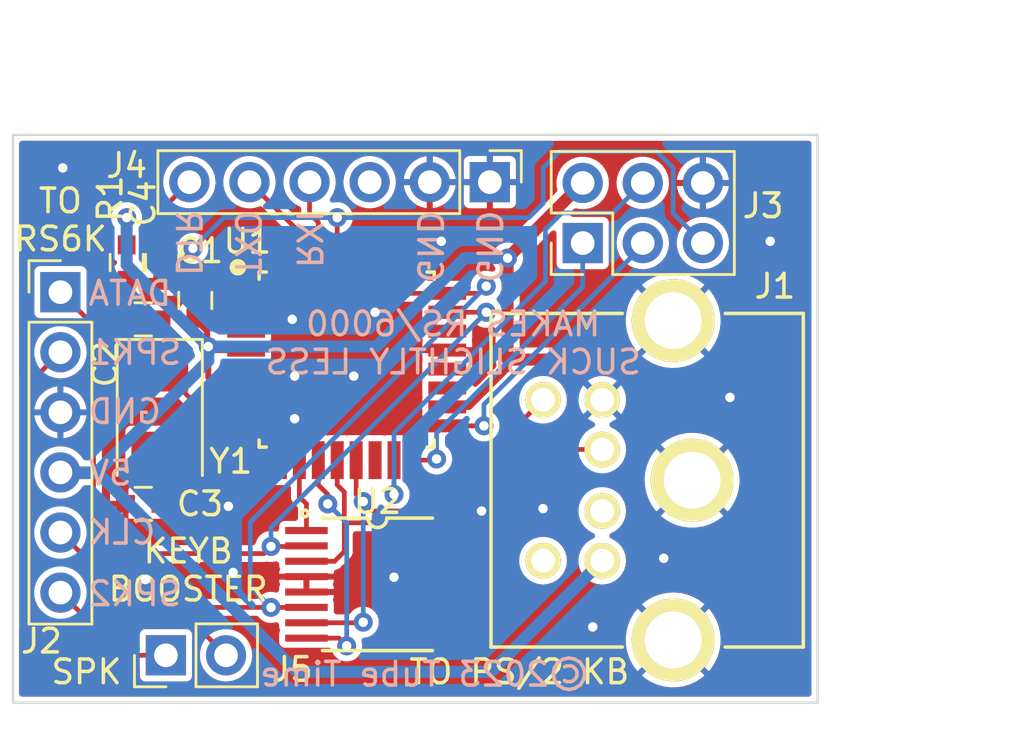
<source format=kicad_pcb>
(kicad_pcb (version 20211014) (generator pcbnew)
  (title_block (title "RS6KB") (comment 1 " or send a letter to Creative Commons, PO Box 1866, Mountain View, CA 94042, USA.") (comment 2 "http://creativecommons.org/licenses/by-sa/4.0/") (comment 3 "Attribution-ShareAlike 4.0 International License. To view a copy of this license, visit ") (comment 4 "Copyright (c) 2023 Tube Time. This work is licensed under the Creative Commons"))
  (layers (0 "F.Cu" signal) (31 "B.Cu" signal) (34 "B.Paste" user) (35 "F.Paste" user) (36 "B.SilkS" user "B.Silkscreen") (37 "F.SilkS" user "F.Silkscreen") (38 "B.Mask" user) (39 "F.Mask" user) (44 "Edge.Cuts" user))
  (net 0 "")
  (net 1 "+5V")
  (net 2 "GND")
  (net 3 "Net-(C2-Pad1)")
  (net 4 "Net-(C3-Pad1)")
  (net 5 "/~{RESET}")
  (net 6 "/DTR")
  (net 7 "/CLK_O")
  (net 8 "/DATA_O")
  (net 11 "/DATA")
  (net 12 "/CLK")
  (net 13 "/CIPO")
  (net 14 "/SCK")
  (net 15 "/COPI")
  (net 17 "/RXI")
  (net 18 "/TXO")
  (net 22 "/CTRL_D")
  (net 23 "/CTRL_C")
  (net 32 "Net-(J2-Pad2)")
  (net 37 "Net-(J2-Pad6)")
  (footprint "Passive:XTAL500X320X120-2" (layer "F.Cu") (at 121.2 86.7 -90)
    (fp_text reference "Y1" (at 2.1 -3 180) (layer "F.SilkS"))
    (fp_text value "16MHz")
    (fp_line (start 2.7 -1.8) (end -3.05 -1.8) (layer "F.SilkS") (width 0.12))
    (fp_line (start -3.05 1.8) (end 2.7 1.8) (layer "F.SilkS") (width 0.12))
    (fp_line (start -3.05 -1.8) (end -3.05 1.8) (layer "F.SilkS") (width 0.12))
    (pad "1" smd rect locked (at -1.85 0 270) (size 2 2.4) (layers "F.Cu" "F.Paste" "F.Mask") (net 3 "Net-(C2-Pad1)"))
    (pad "2" smd rect locked (at 1.85 0 270) (size 2 2.4) (layers "F.Cu" "F.Paste" "F.Mask") (net 4 "Net-(C3-Pad1)"))
  )
  (footprint "Connector_PinHeader_2.54mm:PinHeader_2x03_P2.54mm_Vertical" (layer "F.Cu") (at 139.075 79.575 90)
    (fp_text reference "J3" (at 1.575 7.625 180) (layer "F.SilkS"))
    (fp_text value "ISP")
    (fp_line (start -1.33 1.27) (end 1.27 1.27) (layer "F.SilkS") (width 0.12))
    (fp_line (start 1.27 1.27) (end 1.27 -1.33) (layer "F.SilkS") (width 0.12))
    (fp_line (start -1.33 6.41) (end 3.87 6.41) (layer "F.SilkS") (width 0.12))
    (fp_line (start 1.27 -1.33) (end 3.87 -1.33) (layer "F.SilkS") (width 0.12))
    (fp_line (start -1.33 0) (end -1.33 -1.33) (layer "F.SilkS") (width 0.12))
    (fp_line (start -1.33 -1.33) (end 0 -1.33) (layer "F.SilkS") (width 0.12))
    (fp_line (start 3.87 -1.33) (end 3.87 6.41) (layer "F.SilkS") (width 0.12))
    (fp_line (start -1.33 1.27) (end -1.33 6.41) (layer "F.SilkS") (width 0.12))
    (pad "1" thru_hole rect (at 0 0 90) (size 1.7 1.7) (drill 1) (layers *.Cu *.Mask) (net 13 "/CIPO"))
    (pad "2" thru_hole oval (at 2.54 0 90) (size 1.7 1.7) (drill 1) (layers *.Cu *.Mask) (net 1 "+5V"))
    (pad "3" thru_hole oval (at 0 2.54 90) (size 1.7 1.7) (drill 1) (layers *.Cu *.Mask) (net 14 "/SCK"))
    (pad "4" thru_hole oval (at 2.54 2.54 90) (size 1.7 1.7) (drill 1) (layers *.Cu *.Mask) (net 15 "/COPI"))
    (pad "5" thru_hole oval (at 0 5.08 90) (size 1.7 1.7) (drill 1) (layers *.Cu *.Mask) (net 5 "/~{RESET}"))
    (pad "6" thru_hole oval (at 2.54 5.08 90) (size 1.7 1.7) (drill 1) (layers *.Cu *.Mask) (net 2 "GND"))
  )
  (footprint "Active:TSOP65P640X110-16" (layer "F.Cu") (at 130.4 94)
    (fp_text reference "U2" (at 0 -3.5) (layer "F.SilkS"))
    (fp_text value "ADG711")
    (fp_line (start -2.325 2.8) (end 2.325 2.8) (layer "F.SilkS") (width 0.15))
    (fp_line (start 0.4 -2.8) (end 2.325 -2.8) (layer "F.SilkS") (width 0.15))
    (fp_line (start -2.325 -2.8) (end -0.4 -2.8) (layer "F.SilkS") (width 0.15))
    (fp_arc (start 0.4 -2.8) (mid 0 -2.4) (end -0.4 -2.8) (layer "F.SilkS") (width 0.15))
    (fp_circle (center -3.075 -3) (end -2.975 -2.9) (layer "F.SilkS") (width 0.15) (fill none))
    (pad "1" smd rect (at -3 -2.275) (size 1.8 0.3) (layers "F.Cu" "F.Paste" "F.Mask") (net 22 "/CTRL_D"))
    (pad "2" smd rect (at -3 -1.625) (size 1.8 0.3) (layers "F.Cu" "F.Paste" "F.Mask") (net 11 "/DATA"))
    (pad "3" smd rect (at -3 -0.975) (size 1.8 0.3) (layers "F.Cu" "F.Paste" "F.Mask") (net 8 "/DATA_O"))
    (pad "4" smd rect (at -3 -0.325) (size 1.8 0.3) (layers "F.Cu" "F.Paste" "F.Mask") (net 2 "GND"))
    (pad "5" smd rect (at -3 0.325) (size 1.8 0.3) (layers "F.Cu" "F.Paste" "F.Mask") (net 2 "GND"))
    (pad "6" smd rect (at -3 0.975) (size 1.8 0.3) (layers "F.Cu" "F.Paste" "F.Mask") (net 12 "/CLK"))
    (pad "7" smd rect (at -3 1.625) (size 1.8 0.3) (layers "F.Cu" "F.Paste" "F.Mask") (net 7 "/CLK_O"))
    (pad "8" smd rect (at -3 2.275) (size 1.8 0.3) (layers "F.Cu" "F.Paste" "F.Mask") (net 23 "/CTRL_C"))
    (pad "9" smd rect (at 3 2.275) (size 1.8 0.3) (layers "F.Cu" "F.Paste" "F.Mask") (net 2 "GND"))
    (pad "10" smd rect (at 3 1.625) (size 1.8 0.3) (layers "F.Cu" "F.Paste" "F.Mask"))
    (pad "11" smd rect (at 3 0.975) (size 1.8 0.3) (layers "F.Cu" "F.Paste" "F.Mask"))
    (pad "12" smd rect (at 3 0.325) (size 1.8 0.3) (layers "F.Cu" "F.Paste" "F.Mask") (net 1 "+5V"))
    (pad "13" smd rect (at 3 -0.325) (size 1.8 0.3) (layers "F.Cu" "F.Paste" "F.Mask") (net 1 "+5V"))
    (pad "14" smd rect (at 3 -0.975) (size 1.8 0.3) (layers "F.Cu" "F.Paste" "F.Mask"))
    (pad "15" smd rect (at 3 -1.625) (size 1.8 0.3) (layers "F.Cu" "F.Paste" "F.Mask"))
    (pad "16" smd rect (at 3 -2.275) (size 1.8 0.3) (layers "F.Cu" "F.Paste" "F.Mask") (net 2 "GND"))
  )
  (footprint "Passive:CAPC1608X100" (layer "F.Cu") (at 120.5 82.8 180)
    (fp_text reference "C2" (at 1.6 -1.9 90) (layer "F.SilkS"))
    (fp_text value "15pF")
    (fp_line (start -0.35 -0.7) (end 0.35 -0.7) (layer "F.SilkS") (width 0.12))
    (fp_line (start 0.35 0.7) (end -0.35 0.7) (layer "F.SilkS") (width 0.12))
    (pad "1" smd rect locked (at -0.75 0 180) (size 0.8 0.75) (layers "F.Cu" "F.Paste" "F.Mask") (net 3 "Net-(C2-Pad1)"))
    (pad "2" smd rect locked (at 0.75 0 180) (size 0.8 0.75) (layers "F.Cu" "F.Paste" "F.Mask") (net 2 "GND"))
  )
  (footprint "Connector_PinHeader_2.54mm:PinHeader_1x02_P2.54mm_Vertical" (layer "F.Cu") (at 121.46 97 90)
    (fp_text reference "J5" (at -0.6 5.34 180) (layer "F.SilkS"))
    (fp_text value "SPEAKER")
    (fp_line (start -1.33 0) (end -1.33 -1.33) (layer "F.SilkS") (width 0.12))
    (fp_line (start -1.33 1.27) (end -1.33 3.87) (layer "F.SilkS") (width 0.12))
    (fp_line (start -1.33 1.27) (end 1.33 1.27) (layer "F.SilkS") (width 0.12))
    (fp_line (start -1.33 3.87) (end 1.33 3.87) (layer "F.SilkS") (width 0.12))
    (fp_line (start -1.33 -1.33) (end 0 -1.33) (layer "F.SilkS") (width 0.12))
    (fp_line (start 1.33 1.27) (end 1.33 3.87) (layer "F.SilkS") (width 0.12))
    (pad "1" thru_hole rect (at 0 0 90) (size 1.7 1.7) (drill 1) (layers *.Cu *.Mask) (net 32 "Net-(J2-Pad2)"))
    (pad "2" thru_hole oval (at 0 2.54 90) (size 1.7 1.7) (drill 1) (layers *.Cu *.Mask) (net 37 "Net-(J2-Pad6)"))
  )
  (footprint "Passive:CAPC1608X100" (layer "F.Cu") (at 120.5 90.6 180)
    (fp_text reference "C3" (at -2.4 0) (layer "F.SilkS"))
    (fp_text value "15pF")
    (fp_line (start 0.35 0.7) (end -0.35 0.7) (layer "F.SilkS") (width 0.12))
    (fp_line (start -0.35 -0.7) (end 0.35 -0.7) (layer "F.SilkS") (width 0.12))
    (pad "1" smd rect locked (at -0.75 0 180) (size 0.8 0.75) (layers "F.Cu" "F.Paste" "F.Mask") (net 4 "Net-(C3-Pad1)"))
    (pad "2" smd rect locked (at 0.75 0 180) (size 0.8 0.75) (layers "F.Cu" "F.Paste" "F.Mask") (net 2 "GND"))
  )
  (footprint "Connector_PinHeader_2.54mm:PinHeader_1x06_P2.54mm_Vertical" (layer "F.Cu") (at 117 81.65)
    (fp_text reference "J2" (at -0.8 14.75) (layer "F.SilkS"))
    (fp_text value "KBOUT")
    (fp_line (start -1.33 1.27) (end 1.33 1.27) (layer "F.SilkS") (width 0.12))
    (fp_line (start -1.33 14.03) (end 1.33 14.03) (layer "F.SilkS") (width 0.12))
    (fp_line (start -1.33 0) (end -1.33 -1.33) (layer "F.SilkS") (width 0.12))
    (fp_line (start -1.33 -1.33) (end 0 -1.33) (layer "F.SilkS") (width 0.12))
    (fp_line (start -1.33 1.27) (end -1.33 14.03) (layer "F.SilkS") (width 0.12))
    (fp_line (start 1.33 1.27) (end 1.33 14.03) (layer "F.SilkS") (width 0.12))
    (pad "1" thru_hole rect (at 0 0) (size 1.7 1.7) (drill 1) (layers *.Cu *.Mask) (net 11 "/DATA"))
    (pad "2" thru_hole oval (at 0 2.54) (size 1.7 1.7) (drill 1) (layers *.Cu *.Mask) (net 32 "Net-(J2-Pad2)"))
    (pad "3" thru_hole oval (at 0 5.08) (size 1.7 1.7) (drill 1) (layers *.Cu *.Mask) (net 2 "GND"))
    (pad "4" thru_hole oval (at 0 7.62) (size 1.7 1.7) (drill 1) (layers *.Cu *.Mask) (net 1 "+5V"))
    (pad "5" thru_hole oval (at 0 10.16) (size 1.7 1.7) (drill 1) (layers *.Cu *.Mask) (net 12 "/CLK"))
    (pad "6" thru_hole oval (at 0 12.7) (size 1.7 1.7) (drill 1) (layers *.Cu *.Mask) (net 37 "Net-(J2-Pad6)"))
  )
  (footprint "Conn:CUI_MD-60SG" (layer "F.Cu") (at 148.4 89.6 -90)
    (fp_text reference "J1" (at -8.2 1.2 180) (layer "F.SilkS"))
    (fp_text value "KBIN")
    (fp_line (start -7.05 0) (end 7.05 0) (layer "F.SilkS") (width 0.15))
    (fp_line (start 7.05 7.65) (end 7.05 13.2) (layer "F.SilkS") (width 0.15))
    (fp_line (start 7.05 3.3) (end 7.05 0) (layer "F.SilkS") (width 0.15))
    (fp_line (start -7.05 3.3) (end -7.05 0) (layer "F.SilkS") (width 0.15))
    (fp_line (start -7.05 7.65) (end -7.05 13.2) (layer "F.SilkS") (width 0.15))
    (fp_line (start 7.05 13.2) (end -7.05 13.2) (layer "F.SilkS") (width 0.15))
    (pad "1" thru_hole circle locked (at -1.3 8.5 270) (size 1.5 1.5) (drill 1) (layers *.Cu *.Mask "F.SilkS") (net 8 "/DATA_O"))
    (pad "2" thru_hole circle locked (at 1.3 8.5 270) (size 1.5 1.5) (drill 1) (layers *.Cu *.Mask "F.SilkS"))
    (pad "3" thru_hole circle locked (at -3.4 8.5 270) (size 1.5 1.5) (drill 1) (layers *.Cu *.Mask "F.SilkS") (net 2 "GND"))
    (pad "4" thru_hole circle locked (at 3.4 8.5 270) (size 1.5 1.5) (drill 1) (layers *.Cu *.Mask "F.SilkS") (net 1 "+5V"))
    (pad "5" thru_hole circle locked (at -3.4 11 270) (size 1.5 1.5) (drill 1) (layers *.Cu *.Mask "F.SilkS") (net 7 "/CLK_O"))
    (pad "6" thru_hole circle locked (at 3.4 11 270) (size 1.5 1.5) (drill 1) (layers *.Cu *.Mask "F.SilkS"))
    (pad "7" thru_hole circle locked (at 0 4.7 270) (size 3.5 3.5) (drill 2.4) (layers *.Cu *.Mask "F.SilkS") (net 2 "GND"))
    (pad "8" thru_hole circle locked (at -6.75 5.5 270) (size 3.5 3.5) (drill 2.4) (layers *.Cu *.Mask "F.SilkS") (net 2 "GND"))
    (pad "9" thru_hole circle locked (at 6.75 5.5 270) (size 3.5 3.5) (drill 2.4) (layers *.Cu *.Mask "F.SilkS") (net 2 "GND"))
  )
  (footprint "Active:TQFP80P900X900X120-32" (layer "F.Cu") (at 129.1 84.5)
    (fp_text reference "U1" (at -4.2 -5) (layer "F.SilkS"))
    (fp_text value "ATmega328P-A")
    (fp_line (start 3.7 -3.7) (end 3.4 -3.7) (layer "F.SilkS") (width 0.15))
    (fp_line (start -3.7 3.7) (end -3.4 3.7) (layer "F.SilkS") (width 0.15))
    (fp_line (start -3.7 -3.4) (end -3.7 -3.7) (layer "F.SilkS") (width 0.15))
    (fp_line (start 3.7 -3.7) (end 3.7 -3.4) (layer "F.SilkS") (width 0.15))
    (fp_line (start 3.7 3.7) (end 3.7 3.4) (layer "F.SilkS") (width 0.15))
    (fp_line (start -3.7 3.7) (end -3.7 3.4) (layer "F.SilkS") (width 0.15))
    (fp_line (start 3.7 3.7) (end 3.4 3.7) (layer "F.SilkS") (width 0.15))
    (fp_line (start -3.7 -3.7) (end -3.4 -3.7) (layer "F.SilkS") (width 0.15))
    (fp_circle (center -4.6 -3.9) (end -4.4 -3.9) (layer "F.SilkS") (width 0.3) (fill none))
    (pad "1" smd rect locked (at -4.25 -2.8) (size 1.6 0.55) (layers "F.Cu" "F.Paste" "F.Mask"))
    (pad "2" smd rect locked (at -4.25 -2) (size 1.6 0.55) (layers "F.Cu" "F.Paste" "F.Mask"))
    (pad "3" smd rect locked (at -4.25 -1.2) (size 1.6 0.55) (layers "F.Cu" "F.Paste" "F.Mask") (net 2 "GND"))
    (pad "4" smd rect locked (at -4.25 -0.4) (size 1.6 0.55) (layers "F.Cu" "F.Paste" "F.Mask") (net 1 "+5V"))
    (pad "5" smd rect locked (at -4.25 0.4) (size 1.6 0.55) (layers "F.Cu" "F.Paste" "F.Mask") (net 2 "GND"))
    (pad "6" smd rect locked (at -4.25 1.2) (size 1.6 0.55) (layers "F.Cu" "F.Paste" "F.Mask") (net 1 "+5V"))
    (pad "7" smd rect locked (at -4.25 2) (size 1.6 0.55) (layers "F.Cu" "F.Paste" "F.Mask") (net 3 "Net-(C2-Pad1)"))
    (pad "8" smd rect locked (at -4.25 2.8) (size 1.6 0.55) (layers "F.Cu" "F.Paste" "F.Mask") (net 4 "Net-(C3-Pad1)"))
    (pad "9" smd rect locked (at -2.8 4.25 90) (size 1.6 0.55) (layers "F.Cu" "F.Paste" "F.Mask"))
    (pad "10" smd rect locked (at -2 4.25 90) (size 1.6 0.55) (layers "F.Cu" "F.Paste" "F.Mask") (net 22 "/CTRL_D"))
    (pad "11" smd rect locked (at -1.2 4.25 90) (size 1.6 0.55) (layers "F.Cu" "F.Paste" "F.Mask") (net 23 "/CTRL_C"))
    (pad "12" smd rect locked (at -0.4 4.25 90) (size 1.6 0.55) (layers "F.Cu" "F.Paste" "F.Mask") (net 8 "/DATA_O"))
    (pad "13" smd rect locked (at 0.4 4.25 90) (size 1.6 0.55) (layers "F.Cu" "F.Paste" "F.Mask") (net 7 "/CLK_O"))
    (pad "14" smd rect locked (at 1.2 4.25 90) (size 1.6 0.55) (layers "F.Cu" "F.Paste" "F.Mask"))
    (pad "15" smd rect locked (at 2 4.25 90) (size 1.6 0.55) (layers "F.Cu" "F.Paste" "F.Mask") (net 15 "/COPI"))
    (pad "16" smd rect locked (at 2.8 4.25 90) (size 1.6 0.55) (layers "F.Cu" "F.Paste" "F.Mask") (net 13 "/CIPO"))
    (pad "17" smd rect locked (at 4.25 2.8) (size 1.6 0.55) (layers "F.Cu" "F.Paste" "F.Mask") (net 14 "/SCK"))
    (pad "18" smd rect locked (at 4.25 2) (size 1.6 0.55) (layers "F.Cu" "F.Paste" "F.Mask") (net 1 "+5V"))
    (pad "19" smd rect locked (at 4.25 1.2) (size 1.6 0.55) (layers "F.Cu" "F.Paste" "F.Mask"))
    (pad "20" smd rect locked (at 4.25 0.4) (size 1.6 0.55) (layers "F.Cu" "F.Paste" "F.Mask"))
    (pad "21" smd rect locked (at 4.25 -0.4) (size 1.6 0.55) (layers "F.Cu" "F.Paste" "F.Mask") (net 2 "GND"))
    (pad "22" smd rect locked (at 4.25 -1.2) (size 1.6 0.55) (layers "F.Cu" "F.Paste" "F.Mask"))
    (pad "23" smd rect locked (at 4.25 -2) (size 1.6 0.55) (layers "F.Cu" "F.Paste" "F.Mask") (net 11 "/DATA"))
    (pad "24" smd rect locked (at 4.25 -2.8) (size 1.6 0.55) (layers "F.Cu" "F.Paste" "F.Mask") (net 12 "/CLK"))
    (pad "25" smd rect locked (at 2.8 -4.25 90) (size 1.6 0.55) (layers "F.Cu" "F.Paste" "F.Mask"))
    (pad "26" smd rect locked (at 2 -4.25 90) (size 1.6 0.55) (layers "F.Cu" "F.Paste" "F.Mask"))
    (pad "27" smd rect locked (at 1.2 -4.25 90) (size 1.6 0.55) (layers "F.Cu" "F.Paste" "F.Mask"))
    (pad "28" smd rect locked (at 0.4 -4.25 90) (size 1.6 0.55) (layers "F.Cu" "F.Paste" "F.Mask"))
    (pad "29" smd rect locked (at -0.4 -4.25 90) (size 1.6 0.55) (layers "F.Cu" "F.Paste" "F.Mask") (net 5 "/~{RESET}"))
    (pad "30" smd rect locked (at -1.2 -4.25 90) (size 1.6 0.55) (layers "F.Cu" "F.Paste" "F.Mask") (net 17 "/RXI"))
    (pad "31" smd rect locked (at -2 -4.25 90) (size 1.6 0.55) (layers "F.Cu" "F.Paste" "F.Mask") (net 18 "/TXO"))
    (pad "32" smd rect locked (at -2.8 -4.25 90) (size 1.6 0.55) (layers "F.Cu" "F.Paste" "F.Mask") (net 12 "/CLK"))
  )
  (footprint "Connector_PinHeader_2.54mm:PinHeader_1x06_P2.54mm_Vertical" (layer "F.Cu") (at 135.15 77 -90)
    (fp_text reference "J4" (at -0.7 15.35 180) (layer "F.SilkS"))
    (fp_text value "FTDI BASIC")
    (fp_line (start -1.33 14.03) (end 1.33 14.03) (layer "F.SilkS") (width 0.12))
    (fp_line (start -1.33 0) (end -1.33 -1.33) (layer "F.SilkS") (width 0.12))
    (fp_line (start -1.33 -1.33) (end 0 -1.33) (layer "F.SilkS") (width 0.12))
    (fp_line (start -1.33 1.27) (end -1.33 14.03) (layer "F.SilkS") (width 0.12))
    (fp_line (start -1.33 1.27) (end 1.33 1.27) (layer "F.SilkS") (width 0.12))
    (fp_line (start 1.33 1.27) (end 1.33 14.03) (layer "F.SilkS") (width 0.12))
    (pad "1" thru_hole rect (at 0 0 270) (size 1.7 1.7) (drill 1) (layers *.Cu *.Mask) (net 2 "GND"))
    (pad "2" thru_hole oval (at 0 2.54 270) (size 1.7 1.7) (drill 1) (layers *.Cu *.Mask) (net 2 "GND"))
    (pad "3" thru_hole oval (at 0 5.08 270) (size 1.7 1.7) (drill 1) (layers *.Cu *.Mask))
    (pad "4" thru_hole oval (at 0 7.62 270) (size 1.7 1.7) (drill 1) (layers *.Cu *.Mask) (net 17 "/RXI"))
    (pad "5" thru_hole oval (at 0 10.16 270) (size 1.7 1.7) (drill 1) (layers *.Cu *.Mask) (net 18 "/TXO"))
    (pad "6" thru_hole oval (at 0 12.7 270) (size 1.7 1.7) (drill 1) (layers *.Cu *.Mask) (net 6 "/DTR"))
  )
  (footprint "Passive:RESC1608X55" (layer "F.Cu") (at 119.8 80.4 -90)
    (fp_text reference "R1" (at -2.7 0.7 90) (layer "F.SilkS"))
    (fp_text value "10K")
    (fp_line (start -0.35 -0.7) (end 0.35 -0.7) (layer "F.SilkS") (width 0.12))
    (fp_line (start 0.35 0.7) (end -0.35 0.7) (layer "F.SilkS") (width 0.12))
    (pad "1" smd rect locked (at -0.75 0 270) (size 0.8 0.75) (layers "F.Cu" "F.Paste" "F.Mask") (net 1 "+5V"))
    (pad "2" smd rect locked (at 0.75 0 270) (size 0.8 0.75) (layers "F.Cu" "F.Paste" "F.Mask") (net 5 "/~{RESET}"))
  )
  (footprint "Passive:CAPC1608X100" (layer "F.Cu") (at 121.3 80.4 90)
    (fp_text reference "C4" (at 2.5 -0.8 270) (layer "F.SilkS"))
    (fp_text value "0.1uF")
    (fp_line (start -0.35 -0.7) (end 0.35 -0.7) (layer "F.SilkS") (width 0.12))
    (fp_line (start 0.35 0.7) (end -0.35 0.7) (layer "F.SilkS") (width 0.12))
    (pad "1" smd rect locked (at -0.75 0 90) (size 0.8 0.75) (layers "F.Cu" "F.Paste" "F.Mask") (net 5 "/~{RESET}"))
    (pad "2" smd rect locked (at 0.75 0 90) (size 0.8 0.75) (layers "F.Cu" "F.Paste" "F.Mask") (net 6 "/DTR"))
  )
  (footprint "Passive:CAPC1608X100" (layer "F.Cu") (at 122.7 82 90)
    (fp_text reference "C1" (at 2.1 0.2 180) (layer "F.SilkS"))
    (fp_text value "0.1uF")
    (fp_line (start 0.35 0.7) (end -0.35 0.7) (layer "F.SilkS") (width 0.12))
    (fp_line (start -0.35 -0.7) (end 0.35 -0.7) (layer "F.SilkS") (width 0.12))
    (pad "1" smd rect locked (at -0.75 0 90) (size 0.8 0.75) (layers "F.Cu" "F.Paste" "F.Mask") (net 1 "+5V"))
    (pad "2" smd rect locked (at 0.75 0 90) (size 0.8 0.75) (layers "F.Cu" "F.Paste" "F.Mask") (net 2 "GND"))
  )
  (gr_line (start 115 75) (end 115 99) (layer "Edge.Cuts") (width 0.1))
  (gr_line (start 149 99) (end 149 75) (layer "Edge.Cuts") (width 0.1))
  (gr_line (start 115 99) (end 149 99) (layer "Edge.Cuts") (width 0.1))
  (gr_line (start 149 75) (end 115 75) (layer "Edge.Cuts") (width 0.1))
  (gr_text "GND" (at 135.1 78.1 270) (layer "B.SilkS") (effects (font (size 1 1)) (justify right mirror)))
  (gr_text "DTR" (at 122.4 78.1 270) (layer "B.SilkS") (effects (font (size 1 1)) (justify right mirror)))
  (gr_text "5V" (at 118.1 89.3) (layer "B.SilkS") (effects (font (size 1 1)) (justify right mirror)))
  (gr_text "GND" (at 132.6 78.1 270) (layer "B.SilkS") (effects (font (size 1 1)) (justify right mirror)))
  (gr_text "DATA" (at 118.1 81.7) (layer "B.SilkS") (effects (font (size 1 1)) (justify right mirror)))
  (gr_text "MAKES RS/6000\nSUCK SLIGHTLY LESS" (at 133.6 83.8) (layer "B.SilkS") (effects (font (size 1 1)) (justify mirror)))
  (gr_text "GND" (at 118.1 86.7) (layer "B.SilkS") (effects (font (size 1 1)) (justify right mirror)))
  (gr_text "SPK1" (at 118.1 84.2) (layer "B.SilkS") (effects (font (size 1 1)) (justify right mirror)))
  (gr_text "TXO" (at 124.9 78.1 270) (layer "B.SilkS") (effects (font (size 1 1)) (justify right mirror)))
  (gr_text "RXI" (at 127.5 78.1 270) (layer "B.SilkS") (effects (font (size 1 1)) (justify right mirror)))
  (gr_text "©2023 Tube Time" (at 132.4 97.8) (layer "B.SilkS") (effects (font (size 1 1)) (justify mirror)))
  (gr_text "CLK" (at 118.1 91.8) (layer "B.SilkS") (effects (font (size 1 1)) (justify right mirror)))
  (gr_text "SPK2" (at 118.1 94.4) (layer "B.SilkS") (effects (font (size 1 1)) (justify right mirror)))
  (gr_text "SPK" (at 118.1 97.7) (layer "F.SilkS") (effects (font (size 1 1))))
  (gr_text "TO\nRS6K" (at 117 78.6) (layer "F.SilkS") (effects (font (size 1 1))))
  (gr_text "KEYB\nBOOSTER" (at 122.4 93.4) (layer "F.SilkS") (effects (font (size 1 1))))
  (gr_text "TO PS/2 KB" (at 136.4 97.7) (layer "F.SilkS") (effects (font (size 1 1))))
  (segment (start 135.9 84.5) (end 135.9 80.21) (width 0.508) (layer "F.Cu") (net 1))
  (segment (start 137.2 89.6) (end 135.9 90.9) (width 0.508) (layer "F.Cu") (net 1))
  (segment (start 135.9 84.5) (end 140.5 84.5) (width 0.508) (layer "F.Cu") (net 1))
  (segment (start 134.575 94.325) (end 133.4 94.325) (width 0.254) (layer "F.Cu") (net 1))
  (segment (start 141.3 89) (end 140.7 89.6) (width 0.508) (layer "F.Cu") (net 1))
  (segment (start 123.7 85.7) (end 123.25 85.25) (width 0.254) (layer "F.Cu") (net 1))
  (segment (start 123.25 83.95) (end 123.4 84.1) (width 0.254) (layer "F.Cu") (net 1))
  (segment (start 139.075 77.035) (end 135.9 80.21) (width 0.508) (layer "F.Cu") (net 1))
  (segment (start 134.9 94) (end 134.575 94.325) (width 0.254) (layer "F.Cu") (net 1))
  (segment (start 135.9 84.5) (end 135.9 84.878022) (width 0.254) (layer "F.Cu") (net 1))
  (segment (start 140.5 84.5) (end 141.3 85.3) (width 0.508) (layer "F.Cu") (net 1))
  (segment (start 123.25 85.25) (end 123.25 83.95) (width 0.254) (layer "F.Cu") (net 1))
  (segment (start 140.7 89.6) (end 137.2 89.6) (width 0.508) (layer "F.Cu") (net 1))
  (segment (start 135.5 94) (end 134.9 94) (width 0.508) (layer "F.Cu") (net 1))
  (segment (start 123.2 83.3) (end 123.2 83.9) (width 0.254) (layer "F.Cu") (net 1))
  (segment (start 123.2 83.9) (end 123.25 83.95) (width 0.254) (layer "F.Cu") (net 1))
  (segment (start 134.575 93.675) (end 134.9 94) (width 0.254) (layer "F.Cu") (net 1))
  (segment (start 122.7 82.75) (end 122.7 82.8) (width 0.254) (layer "F.Cu") (net 1))
  (segment (start 134.278022 86.5) (end 133.35 86.5) (width 0.254) (layer "F.Cu") (net 1))
  (segment (start 135.9 90.9) (end 135.9 93.6) (width 0.508) (layer "F.Cu") (net 1))
  (segment (start 124.85 85.7) (end 123.7 85.7) (width 0.254) (layer "F.Cu") (net 1))
  (segment (start 141.3 85.3) (end 141.3 89) (width 0.508) (layer "F.Cu") (net 1))
  (segment (start 135.9 84.878022) (end 134.278022 86.5) (width 0.254) (layer "F.Cu") (net 1))
  (segment (start 135.9 93.6) (end 135.5 94) (width 0.508) (layer "F.Cu") (net 1))
  (segment (start 123.4 84.1) (end 124.85 84.1) (width 0.254) (layer "F.Cu") (net 1))
  (segment (start 133.4 93.675) (end 134.575 93.675) (width 0.254) (layer "F.Cu") (net 1))
  (segment (start 119.8 79.65) (end 119.8 78.5) (width 0.2) (layer "F.Cu") (net 1))
  (segment (start 122.7 82.8) (end 123.2 83.3) (width 0.254) (layer "F.Cu") (net 1))
  (via (at 123.25 83.95) (size 0.8) (drill 0.4) (layers "F.Cu" "B.Cu") (net 1))
  (via (at 135.9 80.21) (size 0.8) (drill 0.4) (layers "F.Cu" "B.Cu") (net 1))
  (via (at 119.8 78.5) (size 0.8) (drill 0.4) (layers "F.Cu" "B.Cu") (net 1))
  (segment (start 127 97.7) (end 118.57 89.27) (width 0.508) (layer "B.Cu") (net 1))
  (segment (start 123.25 84.55) (end 118.5 89.3) (width 0.508) (layer "B.Cu") (net 1))
  (segment (start 118.57 89.27) (end 117 89.27) (width 0.508) (layer "B.Cu") (net 1))
  (segment (start 119.8 80.5) (end 123.25 83.95) (width 0.508) (layer "B.Cu") (net 1))
  (segment (start 117.03 89.3) (end 117 89.27) (width 0.508) (layer "B.Cu") (net 1))
  (segment (start 130.35 83.95) (end 134.09 80.21) (width 0.508) (layer "B.Cu") (net 1))
  (segment (start 119.8 78.5) (end 119.8 80.5) (width 0.508) (layer "B.Cu") (net 1))
  (segment (start 123.25 83.95) (end 123.25 84.55) (width 0.508) (layer "B.Cu") (net 1))
  (segment (start 118.5 89.3) (end 117.03 89.3) (width 0.508) (layer "B.Cu") (net 1))
  (segment (start 135.2 97.7) (end 127 97.7) (width 0.508) (layer "B.Cu") (net 1))
  (segment (start 139.9 93) (end 135.2 97.7) (width 0.508) (layer "B.Cu") (net 1))
  (segment (start 123.25 83.95) (end 130.35 83.95) (width 0.508) (layer "B.Cu") (net 1))
  (segment (start 134.09 80.21) (end 135.9 80.21) (width 0.508) (layer "B.Cu") (net 1))
  (segment (start 123.5 82.05) (end 122.7 81.25) (width 0.254) (layer "F.Cu") (net 2))
  (segment (start 123.9 83.3) (end 123.5 82.9) (width 0.254) (layer "F.Cu") (net 2))
  (segment (start 119.75 82.35) (end 119.75 82.8) (width 0.254) (layer "F.Cu") (net 2))
  (segment (start 123.5 82.9) (end 123.5 82.05) (width 0.254) (layer "F.Cu") (net 2))
  (segment (start 122.7 81.25) (end 121.95 82) (width 0.254) (layer "F.Cu") (net 2))
  (segment (start 124.85 83.3) (end 123.9 83.3) (width 0.254) (layer "F.Cu") (net 2))
  (segment (start 121.95 82) (end 120.1 82) (width 0.254) (layer "F.Cu") (net 2))
  (segment (start 120.1 82) (end 119.75 82.35) (width 0.254) (layer "F.Cu") (net 2))
  (via (at 129.4 85.2) (size 0.8) (drill 0.4) (layers "F.Cu" "B.Cu") (net 2))
  (via (at 147 79.5) (size 0.8) (drill 0.4) (layers "F.Cu" "B.Cu") (net 2))
  (via (at 124.1 90.7) (size 0.8) (drill 0.4) (layers "F.Cu" "B.Cu") (net 2))
  (via (at 139.5 95.8) (size 0.8) (drill 0.4) (layers "F.Cu" "B.Cu") (net 2))
  (via (at 137.4 90.8) (size 0.8) (drill 0.4) (layers "F.Cu" "B.Cu") (net 2))
  (via (at 124.3 93.5) (size 0.8) (drill 0.4) (layers "F.Cu" "B.Cu") (net 2))
  (via (at 117.1 76.4) (size 0.8) (drill 0.4) (layers "F.Cu" "B.Cu") (net 2))
  (via (at 120.6 93.8) (size 0.8) (drill 0.4) (layers "F.Cu" "B.Cu") (net 2))
  (via (at 131.1 93.7) (size 0.8) (drill 0.4) (layers "F.Cu" "B.Cu") (net 2))
  (via (at 126.9 87) (size 0.8) (drill 0.4) (layers "F.Cu" "B.Cu") (net 2))
  (via (at 145.3 86.1) (size 0.8) (drill 0.4) (layers "F.Cu" "B.Cu") (net 2))
  (via (at 130.3 82.5) (size 0.8) (drill 0.4) (layers "F.Cu" "B.Cu") (net 2))
  (via (at 142.5 92.9) (size 0.8) (drill 0.4) (layers "F.Cu" "B.Cu") (net 2))
  (via (at 126.8 82.8) (size 0.8) (drill 0.4) (layers "F.Cu" "B.Cu") (net 2))
  (via (at 134.8 90.9) (size 0.8) (drill 0.4) (layers "F.Cu" "B.Cu") (net 2))
  (via (at 126.9 85.2) (size 0.8) (drill 0.4) (layers "F.Cu" "B.Cu") (net 2))
  (via (at 133.1 79.5) (size 0.8) (drill 0.4) (layers "F.Cu" "B.Cu") (net 2))
  (segment (start 121.25 82.8) (end 121.25 84.8) (width 0.2) (layer "F.Cu") (net 3))
  (segment (start 124.85 86.5) (end 122.85 86.5) (width 0.2) (layer "F.Cu") (net 3))
  (segment (start 121.25 84.8) (end 121.2 84.85) (width 0.2) (layer "F.Cu") (net 3))
  (segment (start 122.85 86.5) (end 121.2 84.85) (width 0.2) (layer "F.Cu") (net 3))
  (segment (start 121.25 90.6) (end 121.25 88.6) (width 0.2) (layer "F.Cu") (net 4))
  (segment (start 121.25 88.6) (end 121.2 88.55) (width 0.2) (layer "F.Cu") (net 4))
  (segment (start 122.45 87.3) (end 121.2 88.55) (width 0.2) (layer "F.Cu") (net 4))
  (segment (start 124.85 87.3) (end 122.45 87.3) (width 0.2) (layer "F.Cu") (net 4))
  (segment (start 119.8 81.15) (end 121.3 81.15) (width 0.2) (layer "F.Cu") (net 5))
  (segment (start 122.6 79.85) (end 121.3 81.15) (width 0.2) (layer "F.Cu") (net 5))
  (segment (start 122.6 79.8) (end 122.6 79.85) (width 0.2) (layer "F.Cu") (net 5))
  (segment (start 128.7 80.25) (end 128.7 78.5) (width 0.2) (layer "F.Cu") (net 5))
  (via (at 122.6 79.8) (size 0.8) (drill 0.4) (layers "F.Cu" "B.Cu") (net 5))
  (via (at 128.7 78.5) (size 0.8) (drill 0.4) (layers "F.Cu" "B.Cu") (net 5))
  (segment (start 137.4 76.4) (end 138.1 75.7) (width 0.2) (layer "B.Cu") (net 5))
  (segment (start 128.7 78.5) (end 123.9 78.5) (width 0.2) (layer "B.Cu") (net 5))
  (segment (start 128.7 78.5) (end 136.8 78.5) (width 0.2) (layer "B.Cu") (net 5))
  (segment (start 123.9 78.5) (end 122.6 79.8) (width 0.2) (layer "B.Cu") (net 5))
  (segment (start 136.8 78.5) (end 137.4 77.9) (width 0.2) (layer "B.Cu") (net 5))
  (segment (start 142.9 76.4) (end 142.9 78.32) (width 0.2) (layer "B.Cu") (net 5))
  (segment (start 142.2 75.7) (end 142.9 76.4) (width 0.2) (layer "B.Cu") (net 5))
  (segment (start 137.4 77.9) (end 137.4 76.4) (width 0.2) (layer "B.Cu") (net 5))
  (segment (start 142.9 78.32) (end 144.155 79.575) (width 0.2) (layer "B.Cu") (net 5))
  (segment (start 138.1 75.7) (end 142.2 75.7) (width 0.2) (layer "B.Cu") (net 5))
  (segment (start 121.3 78.15) (end 122.45 77) (width 0.2) (layer "F.Cu") (net 6))
  (segment (start 121.3 79.65) (end 121.3 78.15) (width 0.2) (layer "F.Cu") (net 6))
  (segment (start 132.4 90) (end 133.6 90) (width 0.2) (layer "F.Cu") (net 7))
  (segment (start 129.7745 95.625) (end 127.4 95.625) (width 0.2) (layer "F.Cu") (net 7))
  (segment (start 129.8 90.5) (end 129.5 90.2) (width 0.2) (layer "F.Cu") (net 7))
  (segment (start 129.8 90.5) (end 130.199511 90.899511) (width 0.2) (layer "F.Cu") (net 7))
  (segment (start 131.500489 90.899511) (end 132.4 90) (width 0.2) (layer "F.Cu") (net 7))
  (segment (start 133.6 90) (end 137.4 86.2) (width 0.2) (layer "F.Cu") (net 7))
  (segment (start 130.199511 90.899511) (end 131.500489 90.899511) (width 0.2) (layer "F.Cu") (net 7))
  (segment (start 129.7995 95.6) (end 129.7745 95.625) (width 0.2) (layer "F.Cu") (net 7))
  (segment (start 129.5 90.2) (end 129.5 88.75) (width 0.2) (layer "F.Cu") (net 7))
  (via (at 129.7995 95.6) (size 0.8) (drill 0.4) (layers "F.Cu" "B.Cu") (net 7))
  (via (at 129.8 90.5) (size 0.8) (drill 0.4) (layers "F.Cu" "B.Cu") (net 7))
  (segment (start 129.8 90.5) (end 129.8 95.5995) (width 0.2) (layer "B.Cu") (net 7))
  (segment (start 129.8 95.5995) (end 129.7995 95.6) (width 0.2) (layer "B.Cu") (net 7))
  (segment (start 129 92.612011) (end 128.587011 93.025) (width 0.2) (layer "F.Cu") (net 8))
  (segment (start 136 88.3) (end 133.9 90.4) (width 0.2) (layer "F.Cu") (net 8))
  (segment (start 129 90.1) (end 129 92.2) (width 0.2) (layer "F.Cu") (net 8))
  (segment (start 128.587011 93.025) (end 127.4 93.025) (width 0.2) (layer "F.Cu") (net 8))
  (segment (start 132.65 90.4) (end 131.65 91.4) (width 0.2) (layer "F.Cu") (net 8))
  (segment (start 139.9 88.3) (end 136 88.3) (width 0.2) (layer "F.Cu") (net 8))
  (segment (start 131.65 91.4) (end 129 91.4) (width 0.2) (layer "F.Cu") (net 8))
  (segment (start 128.7 89.8) (end 129 90.1) (width 0.2) (layer "F.Cu") (net 8))
  (segment (start 129 91.4) (end 129 92.2) (width 0.2) (layer "F.Cu") (net 8))
  (segment (start 128.7 88.75) (end 128.7 89.8) (width 0.2) (layer "F.Cu") (net 8))
  (segment (start 133.9 90.4) (end 132.65 90.4) (width 0.2) (layer "F.Cu") (net 8))
  (segment (start 129 92.2) (end 129 92.612011) (width 0.2) (layer "F.Cu") (net 8))
  (segment (start 125.6 92.7) (end 125.9 92.4) (width 0.2) (layer "F.Cu") (net 11))
  (segment (start 118.4 91.9) (end 119.2 92.7) (width 0.2) (layer "F.Cu") (net 11))
  (segment (start 118.4 83.05) (end 118.4 91.9) (width 0.2) (layer "F.Cu") (net 11))
  (segment (start 125.9 92.4) (end 127.375 92.4) (width 0.2) (layer "F.Cu") (net 11))
  (segment (start 127.375 92.4) (end 127.4 92.375) (width 0.2) (layer "F.Cu") (net 11))
  (segment (start 133.35 82.5) (end 135 82.5) (width 0.2) (layer "F.Cu") (net 11))
  (segment (start 117 81.65) (end 118.4 83.05) (width 0.2) (layer "F.Cu") (net 11))
  (segment (start 119.2 92.7) (end 125.6 92.7) (width 0.2) (layer "F.Cu") (net 11))
  (via (at 125.9 92.4) (size 0.8) (drill 0.4) (layers "F.Cu" "B.Cu") (net 11))
  (via (at 135 82.5) (size 0.8) (drill 0.4) (layers "F.Cu" "B.Cu") (net 11))
  (segment (start 125.9 91.6) (end 125.9 92.4) (width 0.2) (layer "B.Cu") (net 11))
  (segment (start 135 82.5) (end 125.9 91.6) (width 0.2) (layer "B.Cu") (net 11))
  (segment (start 120.165 94.975) (end 117 91.81) (width 0.2) (layer "F.Cu") (net 12))
  (segment (start 125.9 94.975) (end 120.165 94.975) (width 0.2) (layer "F.Cu") (net 12))
  (segment (start 133.35 81.7) (end 134.7 81.7) (width 0.2) (layer "F.Cu") (net 12))
  (segment (start 126.5 81.7) (end 126.3 81.5) (width 0.2) (layer "F.Cu") (net 12))
  (segment (start 133.35 81.7) (end 126.5 81.7) (width 0.2) (layer "F.Cu") (net 12))
  (segment (start 134.7 81.7) (end 135 81.4) (width 0.2) (layer "F.Cu") (net 12))
  (segment (start 125.9 94.975) (end 127.4 94.975) (width 0.2) (layer "F.Cu") (net 12))
  (segment (start 126.3 81.5) (end 126.3 80.25) (width 0.2) (layer "F.Cu") (net 12))
  (via (at 135 81.4) (size 0.8) (drill 0.4) (layers "F.Cu" "B.Cu") (net 12))
  (via (at 125.9 94.975) (size 0.8) (drill 0.4) (layers "F.Cu" "B.Cu") (net 12))
  (segment (start 125.025 91.375) (end 135 81.4) (width 0.2) (layer "B.Cu") (net 12))
  (segment (start 125.025 94.1) (end 125.025 91.375) (width 0.2) (layer "B.Cu") (net 12))
  (segment (start 125.9 94.975) (end 125.025 94.1) (width 0.2) (layer "B.Cu") (net 12))
  (segment (start 132.85 88.75) (end 132.9 88.7) (width 0.2) (layer "F.Cu") (net 13))
  (segment (start 131.9 88.75) (end 132.85 88.75) (width 0.2) (layer "F.Cu") (net 13))
  (via (at 132.9 88.7) (size 0.8) (drill 0.4) (layers "F.Cu" "B.Cu") (net 13))
  (segment (start 139.075 81.425) (end 139.075 79.575) (width 0.2) (layer "B.Cu") (net 13))
  (segment (start 132.9 88.7) (end 132.9 87.6) (width 0.2) (layer "B.Cu") (net 13))
  (segment (start 132.9 87.6) (end 139.075 81.425) (width 0.2) (layer "B.Cu") (net 13))
  (segment (start 134.9 87.3) (end 133.35 87.3) (width 0.2) (layer "F.Cu") (net 14))
  (via (at 134.9 87.3) (size 0.8) (drill 0.4) (layers "F.Cu" "B.Cu") (net 14))
  (segment (start 141.615 79.575) (end 141.615 79.685) (width 0.2) (layer "B.Cu") (net 14))
  (segment (start 141.615 79.685) (end 134.9 86.4) (width 0.2) (layer "B.Cu") (net 14))
  (segment (start 134.9 86.4) (end 134.9 87.3) (width 0.2) (layer "B.Cu") (net 14))
  (segment (start 131.1 88.75) (end 131.1 90.2) (width 0.2) (layer "F.Cu") (net 15))
  (via (at 131.1 90.2) (size 0.8) (drill 0.4) (layers "F.Cu" "B.Cu") (net 15))
  (segment (start 131.1 87.6) (end 131.1 90.2) (width 0.2) (layer "B.Cu") (net 15))
  (segment (start 137.5 79) (end 137.5 81.2) (width 0.2) (layer "B.Cu") (net 15))
  (segment (start 140.35 78.3) (end 138.2 78.3) (width 0.2) (layer "B.Cu") (net 15))
  (segment (start 138.2 78.3) (end 137.5 79) (width 0.2) (layer "B.Cu") (net 15))
  (segment (start 137.5 81.2) (end 131.1 87.6) (width 0.2) (layer "B.Cu") (net 15))
  (segment (start 141.615 77.035) (end 140.35 78.3) (width 0.2) (layer "B.Cu") (net 15))
  (segment (start 127.9 78.7) (end 127.9 80.25) (width 0.2) (layer "F.Cu") (net 17))
  (segment (start 127.53 78.33) (end 127.9 78.7) (width 0.2) (layer "F.Cu") (net 17))
  (segment (start 127.53 77) (end 127.53 78.33) (width 0.2) (layer "F.Cu") (net 17))
  (segment (start 127.1 79.11) (end 127.1 80.25) (width 0.2) (layer "F.Cu") (net 18))
  (segment (start 124.99 77) (end 127.1 79.11) (width 0.2) (layer "F.Cu") (net 18))
  (segment (start 127.1 88.75) (end 127.1 90.3) (width 0.2) (layer "F.Cu") (net 22))
  (segment (start 127.4 90.6) (end 127.4 91.725) (width 0.2) (layer "F.Cu") (net 22))
  (segment (start 127.1 90.3) (end 127.4 90.6) (width 0.2) (layer "F.Cu") (net 22))
  (segment (start 129.1 96.6) (end 128.775 96.275) (width 0.2) (layer "F.Cu") (net 23))
  (segment (start 128.775 96.275) (end 127.4 96.275) (width 0.2) (layer "F.Cu") (net 23))
  (segment (start 128.3 90.2) (end 127.9 89.8) (width 0.2) (layer "F.Cu") (net 23))
  (segment (start 127.9 89.8) (end 127.9 88.75) (width 0.2) (layer "F.Cu") (net 23))
  (segment (start 128.3 90.6) (end 128.3 90.2) (width 0.2) (layer "F.Cu") (net 23))
  (via (at 129.1 96.6) (size 0.8) (drill 0.4) (layers "F.Cu" "B.Cu") (net 23))
  (via (at 128.3 90.6) (size 0.8) (drill 0.4) (layers "F.Cu" "B.Cu") (net 23))
  (segment (start 129.1 91.4) (end 128.3 90.6) (width 0.2) (layer "B.Cu") (net 23))
  (segment (start 129.1 96.6) (end 129.1 91.4) (width 0.2) (layer "B.Cu") (net 23))
  (segment (start 115.7 85.49) (end 115.7 95.5) (width 0.2) (layer "F.Cu") (net 32))
  (segment (start 117 84.19) (end 115.7 85.49) (width 0.2) (layer "F.Cu") (net 32))
  (segment (start 117.2 97) (end 121.46 97) (width 0.2) (layer "F.Cu") (net 32))
  (segment (start 115.7 95.5) (end 117.2 97) (width 0.2) (layer "F.Cu") (net 32))
  (segment (start 118.15 95.5) (end 122.5 95.5) (width 0.2) (layer "F.Cu") (net 37))
  (segment (start 122.5 95.5) (end 124 97) (width 0.2) (layer "F.Cu") (net 37))
  (segment (start 117 94.35) (end 118.15 95.5) (width 0.2) (layer "F.Cu") (net 37))
  (zone (net 2) (net_name "GND") (layer "F.Cu") (connect_pads (clearance 0.254)) (min_thickness 0.254) (fill yes (thermal_gap 0.254) (thermal_bridge_width 0.254))
    (polygon (pts (xy 149 99) (xy 115 99) (xy 115 75) (xy 149 75)))
  )
  (zone (net 2) (net_name "GND") (layer "B.Cu") (connect_pads (clearance 0.254)) (min_thickness 0.254) (fill yes (thermal_gap 0.254) (thermal_bridge_width 0.254))
    (polygon (pts (xy 149 99) (xy 115 99) (xy 115 75) (xy 149 75)))
  )
)
</source>
